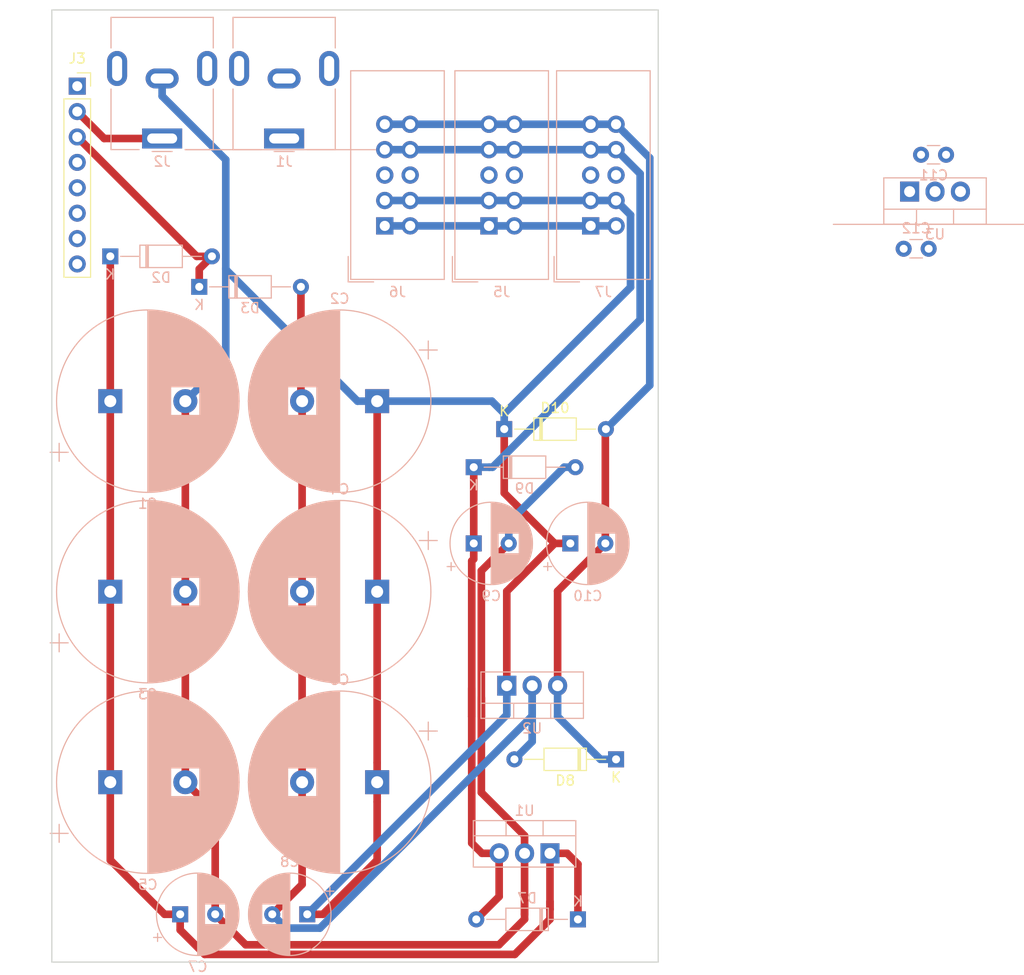
<source format=kicad_pcb>
(kicad_pcb (version 20171130) (host pcbnew 5.1.5-52549c5~84~ubuntu19.04.1)
  (layers (0 F.Cu signal) (31 B.Cu signal) (34 B.Paste user) (35 F.Paste user) (36 B.SilkS user) (37 F.SilkS user) (38 B.Mask user) (39 F.Mask user) (44 Edge.Cuts user))
  (net 0 "")
  (net 1 "Net-(C1-Pad1)")
  (net 2 "Net-(C2-Pad2)")
  (net 3 -15V)
  (net 4 +15V)
  (net 5 +5V)
  (net 6 +12V)
  (net 7 15V_N)
  (net 8 GNDPWR)
  (net 9 SWITCHED_12V)
  (net 10 SWITCHED_PWR_IN)
  (net 11 15V_AC)
  (module Connector_PinSocket_2.54mm:PinSocket_1x08_P2.54mm_Vertical (layer F.Cu) (at 27.94 33.02)
    (fp_text reference J3 (at 0 -2.77) (layer F.SilkS))
    (fp_text value Conn_01x08_Female)
    (pad 8 thru_hole oval (at 0 17.78) (size 1.7 1.7) (drill 1) (layers *.Cu *.Mask) (net 3 -15V))
    (pad 7 thru_hole oval (at 0 15.24) (size 1.7 1.7) (drill 1) (layers *.Cu *.Mask) (net 4 +15V))
    (pad 6 thru_hole oval (at 0 12.7) (size 1.7 1.7) (drill 1) (layers *.Cu *.Mask) (net 7 15V_N))
    (pad 5 thru_hole oval (at 0 10.16) (size 1.7 1.7) (drill 1) (layers *.Cu *.Mask) (net 5 +5V))
    (pad 4 thru_hole oval (at 0 7.62) (size 1.7 1.7) (drill 1) (layers *.Cu *.Mask) (net 9 SWITCHED_12V))
    (pad 3 thru_hole oval (at 0 5.08) (size 1.7 1.7) (drill 1) (layers *.Cu *.Mask) (net 10 SWITCHED_PWR_IN))
    (pad 2 thru_hole oval (at 0 2.54) (size 1.7 1.7) (drill 1) (layers *.Cu *.Mask) (net 11 15V_AC))
    (pad 1 thru_hole rect (at 0 0) (size 1.7 1.7) (drill 1) (layers *.Cu *.Mask) (net 6 +12V))
  )
  (module MountingHole:MountingHole_2.2mm_M2 (layer F.Cu) (at 27.94 118.06)
    (fp_text reference H4 hide)
    (fp_text value MountingHole hide)
    (pad 1 np_thru_hole circle (at 0 0) (size 2.2 2.2) (drill 2.2) (layers *.Cu *.Mask))
  )
  (module MountingHole:MountingHole_2.2mm_M2 (layer F.Cu) (at 83.46 118.06)
    (fp_text reference H3 hide)
    (fp_text value MountingHole hide)
    (pad 1 np_thru_hole circle (at 0 0) (size 2.2 2.2) (drill 2.2) (layers *.Cu *.Mask))
  )
  (module MountingHole:MountingHole_2.2mm_M2 (layer F.Cu) (at 83.46 27.94)
    (fp_text reference H2 hide)
    (fp_text value MountingHole hide)
    (pad 1 np_thru_hole circle (at 0 0) (size 2.2 2.2) (drill 2.2) (layers *.Cu *.Mask))
  )
  (module MountingHole:MountingHole_2.2mm_M2 (layer F.Cu) (at 27.94 27.94)
    (fp_text reference H1 hide)
    (fp_text value MountingHole hide)
    (pad 1 np_thru_hole circle (at 0 0) (size 2.2 2.2) (drill 2.2) (layers *.Cu *.Mask))
  )
  (module Diode_THT:D_DO-35_SOD27_P10.16mm_Horizontal (layer F.Cu) (at 70.612 67.31)
    (fp_text reference D10 (at 5.08 -2.12 180) (layer F.SilkS))
    (fp_text value 1N4004)
    (fp_text user K (at 0 -1.8 180) (layer F.SilkS))
    (pad 2 thru_hole oval (at 10.16 0) (size 1.6 1.6) (drill 0.8) (layers *.Cu *.Mask) (net 3 -15V))
    (pad 1 thru_hole rect (at 0 0) (size 1.6 1.6) (drill 0.8) (layers *.Cu *.Mask) (net 7 15V_N))
  )
  (module Diode_THT:D_DO-35_SOD27_P10.16mm_Horizontal (layer B.Cu) (at 67.564 71.12)
    (fp_text reference D9 (at 5.08 2.12) (layer B.SilkS) (effects (justify mirror)))
    (fp_text value 1N4004)
    (fp_text user K (at 0 1.8) (layer B.SilkS) (effects (justify mirror)))
    (pad 2 thru_hole oval (at 10.16 0) (size 1.6 1.6) (drill 0.8) (layers *.Cu *.Mask) (net 7 15V_N))
    (pad 1 thru_hole rect (at 0 0) (size 1.6 1.6) (drill 0.8) (layers *.Cu *.Mask) (net 4 +15V))
  )
  (module Diode_THT:D_DO-35_SOD27_P10.16mm_Horizontal (layer F.Cu) (at 81.788 100.33 180)
    (fp_text reference D8 (at 5.08 -2.12 180) (layer F.SilkS))
    (fp_text value 1N4004)
    (fp_text user K (at 0 -1.8 180) (layer F.SilkS))
    (pad 2 thru_hole oval (at 10.16 0 180) (size 1.6 1.6) (drill 0.8) (layers *.Cu *.Mask) (net 2 "Net-(C2-Pad2)"))
    (pad 1 thru_hole rect (at 0 0 180) (size 1.6 1.6) (drill 0.8) (layers *.Cu *.Mask) (net 3 -15V))
  )
  (module Diode_THT:D_DO-35_SOD27_P10.16mm_Horizontal (layer B.Cu) (at 77.978 116.332 180)
    (fp_text reference D7 (at 5.08 2.12) (layer B.SilkS) (effects (justify mirror)))
    (fp_text value 1N4004)
    (fp_text user K (at 0 1.8) (layer B.SilkS) (effects (justify mirror)))
    (pad 2 thru_hole oval (at 10.16 0 180) (size 1.6 1.6) (drill 0.8) (layers *.Cu *.Mask) (net 4 +15V))
    (pad 1 thru_hole rect (at 0 0 180) (size 1.6 1.6) (drill 0.8) (layers *.Cu *.Mask) (net 1 "Net-(C1-Pad1)"))
  )
  (module Diode_THT:D_DO-35_SOD27_P10.16mm_Horizontal (layer B.Cu) (at 40.132 53.086)
    (fp_text reference D3 (at 5.08 2.12) (layer B.SilkS) (effects (justify mirror)))
    (fp_text value 1N4004)
    (fp_text user K (at 0 1.8) (layer B.SilkS) (effects (justify mirror)))
    (pad 2 thru_hole oval (at 10.16 0) (size 1.6 1.6) (drill 0.8) (layers *.Cu *.Mask) (net 2 "Net-(C2-Pad2)"))
    (pad 1 thru_hole rect (at 0 0) (size 1.6 1.6) (drill 0.8) (layers *.Cu *.Mask) (net 10 SWITCHED_PWR_IN))
  )
  (module Diode_THT:D_DO-35_SOD27_P10.16mm_Horizontal (layer B.Cu) (at 31.242 50.038)
    (fp_text reference D2 (at 5.08 2.12) (layer B.SilkS) (effects (justify mirror)))
    (fp_text value 1N4004)
    (fp_text user K (at 0 1.8) (layer B.SilkS) (effects (justify mirror)))
    (pad 2 thru_hole oval (at 10.16 0) (size 1.6 1.6) (drill 0.8) (layers *.Cu *.Mask) (net 10 SWITCHED_PWR_IN))
    (pad 1 thru_hole rect (at 0 0) (size 1.6 1.6) (drill 0.8) (layers *.Cu *.Mask) (net 1 "Net-(C1-Pad1)"))
  )
  (module Capacitor_THT:CP_Radial_D18.0mm_P7.50mm (layer B.Cu) (at 57.912 102.616 180)
    (fp_text reference C6 (at 3.75 10.25) (layer B.SilkS) (effects (justify mirror)))
    (fp_text value 3300uF)
    (pad 2 thru_hole circle (at 7.5 0 180) (size 2.4 2.4) (drill 1.2) (layers *.Cu *.Mask) (net 2 "Net-(C2-Pad2)"))
    (pad 1 thru_hole rect (at 0 0 180) (size 2.4 2.4) (drill 1.2) (layers *.Cu *.Mask) (net 7 15V_N))
  )
  (module Capacitor_THT:CP_Radial_D18.0mm_P7.50mm (layer B.Cu) (at 31.242 102.616)
    (fp_text reference C5 (at 3.75 10.25) (layer B.SilkS) (effects (justify mirror)))
    (fp_text value 3300uF)
    (pad 2 thru_hole circle (at 7.5 0) (size 2.4 2.4) (drill 1.2) (layers *.Cu *.Mask) (net 7 15V_N))
    (pad 1 thru_hole rect (at 0 0) (size 2.4 2.4) (drill 1.2) (layers *.Cu *.Mask) (net 1 "Net-(C1-Pad1)"))
  )
  (module Capacitor_THT:CP_Radial_D18.0mm_P7.50mm (layer B.Cu) (at 57.912 83.566 180)
    (fp_text reference C4 (at 3.75 10.25) (layer B.SilkS) (effects (justify mirror)))
    (fp_text value 3300uF)
    (pad 2 thru_hole circle (at 7.5 0 180) (size 2.4 2.4) (drill 1.2) (layers *.Cu *.Mask) (net 2 "Net-(C2-Pad2)"))
    (pad 1 thru_hole rect (at 0 0 180) (size 2.4 2.4) (drill 1.2) (layers *.Cu *.Mask) (net 7 15V_N))
  )
  (module Capacitor_THT:CP_Radial_D18.0mm_P7.50mm (layer B.Cu) (at 31.242 83.566)
    (fp_text reference C3 (at 3.75 10.25) (layer B.SilkS) (effects (justify mirror)))
    (fp_text value 3300uF)
    (pad 2 thru_hole circle (at 7.5 0) (size 2.4 2.4) (drill 1.2) (layers *.Cu *.Mask) (net 7 15V_N))
    (pad 1 thru_hole rect (at 0 0) (size 2.4 2.4) (drill 1.2) (layers *.Cu *.Mask) (net 1 "Net-(C1-Pad1)"))
  )
  (module Capacitor_THT:CP_Radial_D18.0mm_P7.50mm (layer B.Cu) (at 57.912 64.516 180)
    (fp_text reference C2 (at 3.75 10.25) (layer B.SilkS) (effects (justify mirror)))
    (fp_text value 3300uF)
    (pad 2 thru_hole circle (at 7.5 0 180) (size 2.4 2.4) (drill 1.2) (layers *.Cu *.Mask) (net 2 "Net-(C2-Pad2)"))
    (pad 1 thru_hole rect (at 0 0 180) (size 2.4 2.4) (drill 1.2) (layers *.Cu *.Mask) (net 7 15V_N))
  )
  (module Capacitor_THT:CP_Radial_D18.0mm_P7.50mm (layer B.Cu) (at 31.242 64.516)
    (fp_text reference C1 (at 3.75 10.25) (layer B.SilkS) (effects (justify mirror)))
    (fp_text value 3300uF)
    (pad 2 thru_hole circle (at 7.5 0) (size 2.4 2.4) (drill 1.2) (layers *.Cu *.Mask) (net 7 15V_N))
    (pad 1 thru_hole rect (at 0 0) (size 2.4 2.4) (drill 1.2) (layers *.Cu *.Mask) (net 1 "Net-(C1-Pad1)"))
  )
  (module Capacitor_THT:CP_Radial_D8.0mm_P3.50mm (layer B.Cu) (at 77.216 78.74)
    (fp_text reference C10 (at 1.75 5.25) (layer B.SilkS) (effects (justify mirror)))
    (fp_text value 1uF)
    (pad 2 thru_hole circle (at 3.5 0) (size 1.6 1.6) (drill 0.8) (layers *.Cu *.Mask) (net 3 -15V))
    (pad 1 thru_hole rect (at 0 0) (size 1.6 1.6) (drill 0.8) (layers *.Cu *.Mask) (net 7 15V_N))
  )
  (module Capacitor_THT:CP_Radial_D8.0mm_P3.50mm (layer B.Cu) (at 67.564 78.74)
    (fp_text reference C9 (at 1.75 5.25) (layer B.SilkS) (effects (justify mirror)))
    (fp_text value 1uF)
    (pad 2 thru_hole circle (at 3.5 0) (size 1.6 1.6) (drill 0.8) (layers *.Cu *.Mask) (net 7 15V_N))
    (pad 1 thru_hole rect (at 0 0) (size 1.6 1.6) (drill 0.8) (layers *.Cu *.Mask) (net 4 +15V))
  )
  (module Capacitor_THT:CP_Radial_D8.0mm_P3.50mm (layer B.Cu) (at 50.927 115.824 180)
    (fp_text reference C8 (at 1.75 5.25) (layer B.SilkS) (effects (justify mirror)))
    (fp_text value 1uF)
    (pad 2 thru_hole circle (at 3.5 0 180) (size 1.6 1.6) (drill 0.8) (layers *.Cu *.Mask) (net 2 "Net-(C2-Pad2)"))
    (pad 1 thru_hole rect (at 0 0 180) (size 1.6 1.6) (drill 0.8) (layers *.Cu *.Mask) (net 7 15V_N))
  )
  (module Capacitor_THT:CP_Radial_D8.0mm_P3.50mm (layer B.Cu) (at 38.227 115.824)
    (fp_text reference C7 (at 1.75 5.25) (layer B.SilkS) (effects (justify mirror)))
    (fp_text value 1uF)
    (pad 2 thru_hole circle (at 3.5 0) (size 1.6 1.6) (drill 0.8) (layers *.Cu *.Mask) (net 7 15V_N))
    (pad 1 thru_hole rect (at 0 0) (size 1.6 1.6) (drill 0.8) (layers *.Cu *.Mask) (net 1 "Net-(C1-Pad1)"))
  )
  (module Package_TO_SOT_THT:TO-220-3_Vertical (layer B.Cu) (at 111.125 43.561)
    (fp_text reference U3 (at 2.54 4.27) (layer B.SilkS) (effects (justify mirror)))
    (fp_text value L7805)
    (pad 3 thru_hole oval (at 5.08 0) (size 1.905 2) (drill 1.1) (layers *.Cu *.Mask) (net 5 +5V))
    (pad 2 thru_hole oval (at 2.54 0) (size 1.905 2) (drill 1.1) (layers *.Cu *.Mask) (net 8 GNDPWR))
    (pad 1 thru_hole rect (at 0 0) (size 1.905 2) (drill 1.1) (layers *.Cu *.Mask) (net 9 SWITCHED_12V))
  )
  (module Package_TO_SOT_THT:TO-220-3_Vertical (layer B.Cu) (at 70.866 92.964)
    (fp_text reference U2 (at 2.54 4.27) (layer B.SilkS) (effects (justify mirror)))
    (fp_text value L7915)
    (pad 3 thru_hole oval (at 5.08 0) (size 1.905 2) (drill 1.1) (layers *.Cu *.Mask) (net 3 -15V))
    (pad 2 thru_hole oval (at 2.54 0) (size 1.905 2) (drill 1.1) (layers *.Cu *.Mask) (net 2 "Net-(C2-Pad2)"))
    (pad 1 thru_hole rect (at 0 0) (size 1.905 2) (drill 1.1) (layers *.Cu *.Mask) (net 7 15V_N))
  )
  (module Package_TO_SOT_THT:TO-220-3_Vertical (layer B.Cu) (at 75.184 109.728 180)
    (fp_text reference U1 (at 2.54 4.27) (layer B.SilkS) (effects (justify mirror)))
    (fp_text value L7815)
    (pad 3 thru_hole oval (at 5.08 0 180) (size 1.905 2) (drill 1.1) (layers *.Cu *.Mask) (net 4 +15V))
    (pad 2 thru_hole oval (at 2.54 0 180) (size 1.905 2) (drill 1.1) (layers *.Cu *.Mask) (net 7 15V_N))
    (pad 1 thru_hole rect (at 0 0 180) (size 1.905 2) (drill 1.1) (layers *.Cu *.Mask) (net 1 "Net-(C1-Pad1)"))
  )
  (module Connector_IDC:IDC-Header_2x05_P2.54mm_Vertical (layer B.Cu) (at 79.248 46.99)
    (fp_text reference J7 (at 1.27 6.604 180) (layer B.SilkS) (effects (justify mirror)))
    (fp_text value "Power Bus")
    (pad 10 thru_hole oval (at 2.54 -10.16) (size 1.7272 1.7272) (drill 1.016) (layers *.Cu *.Mask) (net 3 -15V))
    (pad 9 thru_hole oval (at 0 -10.16) (size 1.7272 1.7272) (drill 1.016) (layers *.Cu *.Mask) (net 3 -15V))
    (pad 8 thru_hole oval (at 2.54 -7.62) (size 1.7272 1.7272) (drill 1.016) (layers *.Cu *.Mask) (net 4 +15V))
    (pad 7 thru_hole oval (at 0 -7.62) (size 1.7272 1.7272) (drill 1.016) (layers *.Cu *.Mask) (net 4 +15V))
    (pad 6 thru_hole oval (at 2.54 -5.08) (size 1.7272 1.7272) (drill 1.016) (layers *.Cu *.Mask) (net 7 15V_N))
    (pad 5 thru_hole oval (at 0 -5.08) (size 1.7272 1.7272) (drill 1.016) (layers *.Cu *.Mask) (net 7 15V_N))
    (pad 4 thru_hole oval (at 2.54 -2.54) (size 1.7272 1.7272) (drill 1.016) (layers *.Cu *.Mask) (net 7 15V_N))
    (pad 3 thru_hole oval (at 0 -2.54) (size 1.7272 1.7272) (drill 1.016) (layers *.Cu *.Mask) (net 7 15V_N))
    (pad 2 thru_hole oval (at 2.54 0) (size 1.7272 1.7272) (drill 1.016) (layers *.Cu *.Mask) (net 5 +5V))
    (pad 1 thru_hole rect (at 0 0) (size 1.7272 1.7272) (drill 1.016) (layers *.Cu *.Mask) (net 5 +5V))
  )
  (module Connector_IDC:IDC-Header_2x05_P2.54mm_Vertical (layer B.Cu) (at 58.674 46.99)
    (fp_text reference J6 (at 1.27 6.604) (layer B.SilkS) (effects (justify mirror)))
    (fp_text value "Power Bus")
    (pad 10 thru_hole oval (at 2.54 -10.16) (size 1.7272 1.7272) (drill 1.016) (layers *.Cu *.Mask) (net 3 -15V))
    (pad 9 thru_hole oval (at 0 -10.16) (size 1.7272 1.7272) (drill 1.016) (layers *.Cu *.Mask) (net 3 -15V))
    (pad 8 thru_hole oval (at 2.54 -7.62) (size 1.7272 1.7272) (drill 1.016) (layers *.Cu *.Mask) (net 4 +15V))
    (pad 7 thru_hole oval (at 0 -7.62) (size 1.7272 1.7272) (drill 1.016) (layers *.Cu *.Mask) (net 4 +15V))
    (pad 6 thru_hole oval (at 2.54 -5.08) (size 1.7272 1.7272) (drill 1.016) (layers *.Cu *.Mask) (net 7 15V_N))
    (pad 5 thru_hole oval (at 0 -5.08) (size 1.7272 1.7272) (drill 1.016) (layers *.Cu *.Mask) (net 7 15V_N))
    (pad 4 thru_hole oval (at 2.54 -2.54) (size 1.7272 1.7272) (drill 1.016) (layers *.Cu *.Mask) (net 7 15V_N))
    (pad 3 thru_hole oval (at 0 -2.54) (size 1.7272 1.7272) (drill 1.016) (layers *.Cu *.Mask) (net 7 15V_N))
    (pad 2 thru_hole oval (at 2.54 0) (size 1.7272 1.7272) (drill 1.016) (layers *.Cu *.Mask) (net 5 +5V))
    (pad 1 thru_hole rect (at 0 0) (size 1.7272 1.7272) (drill 1.016) (layers *.Cu *.Mask) (net 5 +5V))
  )
  (module Connector_IDC:IDC-Header_2x05_P2.54mm_Vertical (layer B.Cu) (at 69.088 46.99)
    (fp_text reference J5 (at 1.27 6.604) (layer B.SilkS) (effects (justify mirror)))
    (fp_text value "Power Bus")
    (pad 10 thru_hole oval (at 2.54 -10.16) (size 1.7272 1.7272) (drill 1.016) (layers *.Cu *.Mask) (net 3 -15V))
    (pad 9 thru_hole oval (at 0 -10.16) (size 1.7272 1.7272) (drill 1.016) (layers *.Cu *.Mask) (net 3 -15V))
    (pad 8 thru_hole oval (at 2.54 -7.62) (size 1.7272 1.7272) (drill 1.016) (layers *.Cu *.Mask) (net 4 +15V))
    (pad 7 thru_hole oval (at 0 -7.62) (size 1.7272 1.7272) (drill 1.016) (layers *.Cu *.Mask) (net 4 +15V))
    (pad 6 thru_hole oval (at 2.54 -5.08) (size 1.7272 1.7272) (drill 1.016) (layers *.Cu *.Mask) (net 7 15V_N))
    (pad 5 thru_hole oval (at 0 -5.08) (size 1.7272 1.7272) (drill 1.016) (layers *.Cu *.Mask) (net 7 15V_N))
    (pad 4 thru_hole oval (at 2.54 -2.54) (size 1.7272 1.7272) (drill 1.016) (layers *.Cu *.Mask) (net 7 15V_N))
    (pad 3 thru_hole oval (at 0 -2.54) (size 1.7272 1.7272) (drill 1.016) (layers *.Cu *.Mask) (net 7 15V_N))
    (pad 2 thru_hole oval (at 2.54 0) (size 1.7272 1.7272) (drill 1.016) (layers *.Cu *.Mask) (net 5 +5V))
    (pad 1 thru_hole rect (at 0 0) (size 1.7272 1.7272) (drill 1.016) (layers *.Cu *.Mask) (net 5 +5V))
  )
  (module Connector_BarrelJack:BarrelJack_CUI_PJ-063AH_Horizontal (layer B.Cu) (at 36.4236 38.2524)
    (fp_text reference J2 (at 0 2.3) (layer B.SilkS) (effects (justify mirror)))
    (fp_text value Barrel_Jack)
    (pad "" np_thru_hole circle (at 0 -9) (size 1.6 1.6) (drill 1.6) (layers *.Cu *.Mask))
    (pad MP thru_hole oval (at 4.5 -7) (size 2 3.5) (drill oval 1 2.5) (layers *.Cu *.Mask))
    (pad MP thru_hole oval (at -4.5 -7) (size 2 3.5) (drill oval 1 2.5) (layers *.Cu *.Mask))
    (pad 2 thru_hole oval (at 0 -6) (size 3.3 2) (drill oval 2.3 1) (layers *.Cu *.Mask) (net 7 15V_N))
    (pad 1 thru_hole rect (at 0 0) (size 4 2) (drill oval 3 1) (layers *.Cu *.Mask) (net 11 15V_AC))
  )
  (module Connector_BarrelJack:BarrelJack_CUI_PJ-063AH_Horizontal (layer B.Cu) (at 48.6156 38.2524)
    (fp_text reference J1 (at 0 2.3) (layer B.SilkS) (effects (justify mirror)))
    (fp_text value Barrel_Jack)
    (pad "" np_thru_hole circle (at 0 -9) (size 1.6 1.6) (drill 1.6) (layers *.Cu *.Mask))
    (pad MP thru_hole oval (at 4.5 -7) (size 2 3.5) (drill oval 1 2.5) (layers *.Cu *.Mask))
    (pad MP thru_hole oval (at -4.5 -7) (size 2 3.5) (drill oval 1 2.5) (layers *.Cu *.Mask))
    (pad 2 thru_hole oval (at 0 -6) (size 3.3 2) (drill oval 2.3 1) (layers *.Cu *.Mask) (net 8 GNDPWR))
    (pad 1 thru_hole rect (at 0 0) (size 4 2) (drill oval 3 1) (layers *.Cu *.Mask) (net 6 +12V))
  )
  (module Capacitor_THT:C_Disc_D3.0mm_W1.6mm_P2.50mm (layer B.Cu) (at 113.03 49.276 180)
    (fp_text reference C12 (at 1.25 2.05) (layer B.SilkS) (effects (justify mirror)))
    (fp_text value 0.1)
    (pad 2 thru_hole circle (at 2.5 0 180) (size 1.6 1.6) (drill 0.8) (layers *.Cu *.Mask) (net 8 GNDPWR))
    (pad 1 thru_hole circle (at 0 0 180) (size 1.6 1.6) (drill 0.8) (layers *.Cu *.Mask) (net 5 +5V))
  )
  (module Capacitor_THT:C_Disc_D3.0mm_W1.6mm_P2.50mm (layer B.Cu) (at 112.268 39.878)
    (fp_text reference C11 (at 1.25 2.05) (layer B.SilkS) (effects (justify mirror)))
    (fp_text value 0.33)
    (pad 2 thru_hole circle (at 2.5 0) (size 1.6 1.6) (drill 0.8) (layers *.Cu *.Mask) (net 8 GNDPWR))
    (pad 1 thru_hole circle (at 0 0) (size 1.6 1.6) (drill 0.8) (layers *.Cu *.Mask) (net 9 SWITCHED_12V))
  )
  (gr_line (start 122.505 46.836) (end 103.505 46.836) (layer B.SilkS) (width 0.12))
  (gr_line (start 38.735 39.37) (end 57.735 39.37) (layer B.SilkS) (width 0.12))
  (gr_line (start 25.4 120.6) (end 25.4 25.4) (layer Edge.Cuts) (width 0.12))
  (gr_line (start 86 120.6) (end 25.4 120.6) (layer Edge.Cuts) (width 0.12))
  (gr_line (start 86 25.4) (end 86 120.6) (layer Edge.Cuts) (width 0.12))
  (gr_line (start 25.4 25.4) (end 86 25.4) (layer Edge.Cuts) (width 0.12))
  (segment (start 31.242 64.516) (end 31.242 102.616) (width 0.762) (layer F.Cu) (net 1))
  (segment (start 36.665 115.824) (end 38.227 115.824) (width 0.762) (layer F.Cu) (net 1))
  (segment (start 31.242 110.401) (end 36.665 115.824) (width 0.762) (layer F.Cu) (net 1))
  (segment (start 31.242 102.616) (end 31.242 110.401) (width 0.762) (layer F.Cu) (net 1))
  (segment (start 31.242 51.6) (end 31.242 64.516) (width 0.762) (layer F.Cu) (net 1))
  (segment (start 31.242 50.038) (end 31.242 51.6) (width 0.762) (layer F.Cu) (net 1))
  (segment (start 71.665989 119.834011) (end 75.184 116.316) (width 0.762) (layer F.Cu) (net 1))
  (segment (start 40.675011 119.834011) (end 71.665989 119.834011) (width 0.762) (layer F.Cu) (net 1))
  (segment (start 38.227 115.824) (end 38.227 117.386) (width 0.762) (layer F.Cu) (net 1))
  (segment (start 38.227 117.386) (end 40.675011 119.834011) (width 0.762) (layer F.Cu) (net 1))
  (segment (start 75.184 115.316) (end 75.184 109.728) (width 0.762) (layer F.Cu) (net 1))
  (segment (start 75.184 116.316) (end 75.184 115.316) (width 0.762) (layer F.Cu) (net 1))
  (segment (start 75.184 115.316) (end 75.184 114.554) (width 0.762) (layer F.Cu) (net 1))
  (segment (start 76.8985 109.728) (end 75.184 109.728) (width 0.762) (layer F.Cu) (net 1))
  (segment (start 77.978 110.8075) (end 76.8985 109.728) (width 0.762) (layer F.Cu) (net 1))
  (segment (start 77.978 116.332) (end 77.978 110.8075) (width 0.762) (layer F.Cu) (net 1))
  (segment (start 50.412 64.516) (end 50.412 102.616) (width 0.762) (layer F.Cu) (net 2))
  (segment (start 50.412 112.839) (end 47.427 115.824) (width 0.762) (layer F.Cu) (net 2))
  (segment (start 50.412 102.616) (end 50.412 112.839) (width 0.762) (layer F.Cu) (net 2))
  (segment (start 50.292 64.396) (end 50.412 64.516) (width 0.762) (layer F.Cu) (net 2))
  (segment (start 50.292 53.086) (end 50.292 64.396) (width 0.762) (layer F.Cu) (net 2))
  (segment (start 48.808001 117.205001) (end 48.226999 116.623999) (width 0.762) (layer B.Cu) (net 2))
  (segment (start 52.191801 117.205001) (end 48.808001 117.205001) (width 0.762) (layer B.Cu) (net 2))
  (segment (start 73.406 95.990802) (end 52.191801 117.205001) (width 0.762) (layer B.Cu) (net 2))
  (segment (start 48.226999 116.623999) (end 47.427 115.824) (width 0.762) (layer B.Cu) (net 2))
  (segment (start 73.406 92.964) (end 73.406 95.990802) (width 0.762) (layer B.Cu) (net 2))
  (segment (start 73.406 98.552) (end 73.406 92.964) (width 0.762) (layer B.Cu) (net 2))
  (segment (start 71.628 100.33) (end 73.406 98.552) (width 0.762) (layer B.Cu) (net 2))
  (segment (start 75.946 96.05) (end 75.946 94.726) (width 0.762) (layer B.Cu) (net 3))
  (segment (start 80.226 100.33) (end 75.946 96.05) (width 0.762) (layer B.Cu) (net 3))
  (segment (start 75.946 94.726) (end 75.946 92.964) (width 0.762) (layer B.Cu) (net 3))
  (segment (start 81.788 100.33) (end 80.226 100.33) (width 0.762) (layer B.Cu) (net 3))
  (segment (start 75.946 83.51) (end 75.946 92.964) (width 0.762) (layer F.Cu) (net 3))
  (segment (start 80.716 78.74) (end 75.946 83.51) (width 0.762) (layer F.Cu) (net 3))
  (segment (start 80.716 67.366) (end 80.772 67.31) (width 0.762) (layer F.Cu) (net 3))
  (segment (start 80.716 78.74) (end 80.716 67.366) (width 0.762) (layer F.Cu) (net 3))
  (segment (start 81.788 36.83) (end 58.674 36.83) (width 0.762) (layer B.Cu) (net 3))
  (segment (start 85.156623 62.925377) (end 85.156623 40.198623) (width 0.762) (layer B.Cu) (net 3))
  (segment (start 85.156623 40.198623) (end 82.651599 37.693599) (width 0.762) (layer B.Cu) (net 3))
  (segment (start 80.772 67.31) (end 85.156623 62.925377) (width 0.762) (layer B.Cu) (net 3))
  (segment (start 82.651599 37.693599) (end 81.788 36.83) (width 0.762) (layer B.Cu) (net 3))
  (segment (start 70.104 114.046) (end 67.818 116.332) (width 0.762) (layer F.Cu) (net 4))
  (segment (start 70.104 109.728) (end 70.104 114.046) (width 0.762) (layer F.Cu) (net 4))
  (segment (start 68.3895 109.728) (end 67.363989 108.702489) (width 0.762) (layer F.Cu) (net 4))
  (segment (start 70.104 109.728) (end 68.3895 109.728) (width 0.762) (layer F.Cu) (net 4))
  (segment (start 67.363989 80.502011) (end 67.564 80.302) (width 0.762) (layer F.Cu) (net 4))
  (segment (start 67.564 80.302) (end 67.564 78.74) (width 0.762) (layer F.Cu) (net 4))
  (segment (start 67.363989 96.065989) (end 67.363989 80.502011) (width 0.762) (layer F.Cu) (net 4))
  (segment (start 67.363989 108.702489) (end 67.363989 96.065989) (width 0.762) (layer F.Cu) (net 4))
  (segment (start 67.363989 96.065989) (end 67.363989 93.202011) (width 0.762) (layer F.Cu) (net 4))
  (segment (start 67.564 78.74) (end 67.564 71.12) (width 0.762) (layer F.Cu) (net 4))
  (segment (start 58.674 39.37) (end 81.788 39.37) (width 0.762) (layer B.Cu) (net 4))
  (segment (start 69.126 71.12) (end 67.564 71.12) (width 0.762) (layer B.Cu) (net 4))
  (segment (start 69.447802 71.12) (end 69.126 71.12) (width 0.762) (layer B.Cu) (net 4))
  (segment (start 84.194612 56.37319) (end 69.447802 71.12) (width 0.762) (layer B.Cu) (net 4))
  (segment (start 84.194612 41.776612) (end 84.194612 56.37319) (width 0.762) (layer B.Cu) (net 4))
  (segment (start 81.788 39.37) (end 84.194612 41.776612) (width 0.762) (layer B.Cu) (net 4))
  (segment (start 71.22601 46.99) (end 81.788 46.99) (width 0.762) (layer B.Cu) (net 5))
  (segment (start 58.674 46.99) (end 71.22601 46.99) (width 0.762) (layer B.Cu) (net 5))
  (segment (start 41.727 105.601) (end 38.742 102.616) (width 0.762) (layer F.Cu) (net 7))
  (segment (start 41.727 115.824) (end 41.727 105.601) (width 0.762) (layer F.Cu) (net 7))
  (segment (start 38.742 100.918944) (end 38.742 64.516) (width 0.762) (layer F.Cu) (net 7))
  (segment (start 38.742 102.616) (end 38.742 100.918944) (width 0.762) (layer F.Cu) (net 7))
  (segment (start 57.912 104.578) (end 57.912 102.616) (width 0.762) (layer F.Cu) (net 7))
  (segment (start 57.912 110.401) (end 57.912 104.578) (width 0.762) (layer F.Cu) (net 7))
  (segment (start 52.489 115.824) (end 57.912 110.401) (width 0.762) (layer F.Cu) (net 7))
  (segment (start 50.927 115.824) (end 52.489 115.824) (width 0.762) (layer F.Cu) (net 7))
  (segment (start 57.912 100.654) (end 57.912 64.516) (width 0.762) (layer F.Cu) (net 7))
  (segment (start 57.912 102.616) (end 57.912 100.654) (width 0.762) (layer F.Cu) (net 7))
  (segment (start 42.526999 116.623999) (end 41.727 115.824) (width 0.762) (layer F.Cu) (net 7))
  (segment (start 44.775 118.872) (end 42.526999 116.623999) (width 0.762) (layer F.Cu) (net 7))
  (segment (start 70.088 118.872) (end 44.775 118.872) (width 0.762) (layer F.Cu) (net 7))
  (segment (start 72.644 116.316) (end 70.088 118.872) (width 0.762) (layer F.Cu) (net 7))
  (segment (start 72.644 115.824) (end 72.644 109.728) (width 0.762) (layer F.Cu) (net 7))
  (segment (start 72.644 114.554) (end 72.644 115.824) (width 0.762) (layer F.Cu) (net 7))
  (segment (start 72.644 115.824) (end 72.644 116.316) (width 0.762) (layer F.Cu) (net 7))
  (segment (start 72.644 107.966) (end 68.326 103.648) (width 0.762) (layer F.Cu) (net 7))
  (segment (start 72.644 109.728) (end 72.644 107.966) (width 0.762) (layer F.Cu) (net 7))
  (segment (start 70.866 95.885) (end 50.927 115.824) (width 0.762) (layer B.Cu) (net 7))
  (segment (start 70.866 92.964) (end 70.866 95.885) (width 0.762) (layer B.Cu) (net 7))
  (segment (start 68.326 81.478) (end 71.064 78.74) (width 0.762) (layer F.Cu) (net 7))
  (segment (start 68.326 96.012) (end 68.326 81.478) (width 0.762) (layer F.Cu) (net 7))
  (segment (start 68.326 103.648) (end 68.326 96.012) (width 0.762) (layer F.Cu) (net 7))
  (segment (start 68.326 96.012) (end 68.326 94.178) (width 0.762) (layer F.Cu) (net 7))
  (segment (start 70.866 92.9165) (end 70.866 92.964) (width 0.762) (layer F.Cu) (net 7))
  (segment (start 70.866 83.528) (end 75.654 78.74) (width 0.762) (layer F.Cu) (net 7))
  (segment (start 70.866 92.964) (end 70.866 83.528) (width 0.762) (layer F.Cu) (net 7))
  (segment (start 75.654 78.74) (end 77.216 78.74) (width 0.762) (layer F.Cu) (net 7))
  (segment (start 70.612 73.698) (end 75.654 78.74) (width 0.762) (layer F.Cu) (net 7))
  (segment (start 70.612 67.31) (end 70.612 73.698) (width 0.762) (layer F.Cu) (net 7))
  (segment (start 71.064 77.60863) (end 71.064 78.74) (width 0.762) (layer B.Cu) (net 7))
  (segment (start 71.064 76.64863) (end 71.064 77.60863) (width 0.762) (layer B.Cu) (net 7))
  (segment (start 76.59263 71.12) (end 71.064 76.64863) (width 0.762) (layer B.Cu) (net 7))
  (segment (start 77.724 71.12) (end 76.59263 71.12) (width 0.762) (layer B.Cu) (net 7))
  (segment (start 58.674 44.45) (end 81.788 44.45) (width 0.762) (layer B.Cu) (net 7))
  (segment (start 69.38 64.516) (end 70.612 65.748) (width 0.762) (layer B.Cu) (net 7))
  (segment (start 57.912 64.516) (end 69.38 64.516) (width 0.762) (layer B.Cu) (net 7))
  (segment (start 81.788 44.45) (end 83.232601 45.894601) (width 0.762) (layer B.Cu) (net 7))
  (segment (start 83.232601 45.894601) (end 83.232601 53.127399) (width 0.762) (layer B.Cu) (net 7))
  (segment (start 70.612 65.748) (end 70.612 67.31) (width 0.762) (layer B.Cu) (net 7))
  (segment (start 83.232601 53.127399) (end 70.612 65.748) (width 0.762) (layer B.Cu) (net 7))
  (segment (start 42.783001 60.474999) (end 39.941999 63.316001) (width 0.762) (layer B.Cu) (net 7))
  (segment (start 39.941999 63.316001) (end 38.742 64.516) (width 0.762) (layer B.Cu) (net 7))
  (segment (start 36.4236 34.0144) (end 42.783001 40.373801) (width 0.762) (layer B.Cu) (net 7))
  (segment (start 36.4236 32.2524) (end 36.4236 34.0144) (width 0.762) (layer B.Cu) (net 7))
  (segment (start 42.783001 51.349001) (end 55.95 64.516) (width 0.762) (layer B.Cu) (net 7))
  (segment (start 42.783001 51.196999) (end 42.783001 51.349001) (width 0.762) (layer B.Cu) (net 7))
  (segment (start 55.95 64.516) (end 57.912 64.516) (width 0.762) (layer B.Cu) (net 7))
  (segment (start 42.783001 40.373801) (end 42.783001 51.196999) (width 0.762) (layer B.Cu) (net 7))
  (segment (start 42.783001 51.196999) (end 42.783001 60.474999) (width 0.762) (layer B.Cu) (net 7))
  (segment (start 40.132 51.308) (end 41.402 50.038) (width 0.762) (layer F.Cu) (net 10))
  (segment (start 40.132 53.086) (end 40.132 51.308) (width 0.762) (layer F.Cu) (net 10))
  (segment (start 39.878 50.038) (end 27.94 38.1) (width 0.762) (layer F.Cu) (net 10))
  (segment (start 41.402 50.038) (end 39.878 50.038) (width 0.762) (layer F.Cu) (net 10))
  (segment (start 30.6324 38.2524) (end 27.94 35.56) (width 0.762) (layer F.Cu) (net 11))
  (segment (start 36.4236 38.2524) (end 30.6324 38.2524) (width 0.762) (layer F.Cu) (net 11))
)
</source>
